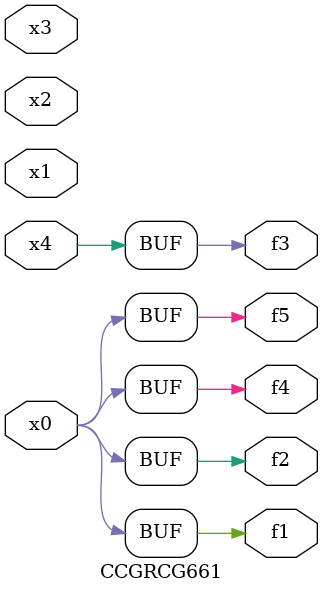
<source format=v>
module CCGRCG661(
	input x0, x1, x2, x3, x4,
	output f1, f2, f3, f4, f5
);
	assign f1 = x0;
	assign f2 = x0;
	assign f3 = x4;
	assign f4 = x0;
	assign f5 = x0;
endmodule

</source>
